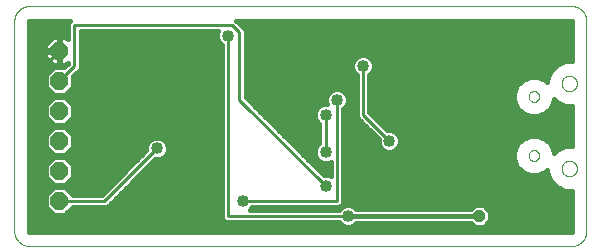
<source format=gbl>
G75*
%MOIN*%
%OFA0B0*%
%FSLAX25Y25*%
%IPPOS*%
%LPD*%
%AMOC8*
5,1,8,0,0,1.08239X$1,22.5*
%
%ADD10C,0.00000*%
%ADD11OC8,0.06000*%
%ADD12C,0.01000*%
%ADD13C,0.04000*%
%ADD14OC8,0.03962*%
%ADD15C,0.01600*%
D10*
X0010800Y0005800D02*
X0191501Y0005800D01*
X0191641Y0005802D01*
X0191781Y0005808D01*
X0191921Y0005818D01*
X0192061Y0005831D01*
X0192200Y0005849D01*
X0192339Y0005871D01*
X0192476Y0005896D01*
X0192614Y0005925D01*
X0192750Y0005958D01*
X0192885Y0005995D01*
X0193019Y0006036D01*
X0193152Y0006081D01*
X0193284Y0006129D01*
X0193414Y0006181D01*
X0193543Y0006236D01*
X0193670Y0006295D01*
X0193796Y0006358D01*
X0193920Y0006424D01*
X0194041Y0006493D01*
X0194161Y0006566D01*
X0194279Y0006643D01*
X0194394Y0006722D01*
X0194508Y0006805D01*
X0194618Y0006891D01*
X0194727Y0006980D01*
X0194833Y0007072D01*
X0194936Y0007167D01*
X0195037Y0007264D01*
X0195134Y0007365D01*
X0195229Y0007468D01*
X0195321Y0007574D01*
X0195410Y0007683D01*
X0195496Y0007793D01*
X0195579Y0007907D01*
X0195658Y0008022D01*
X0195735Y0008140D01*
X0195808Y0008260D01*
X0195877Y0008381D01*
X0195943Y0008505D01*
X0196006Y0008631D01*
X0196065Y0008758D01*
X0196120Y0008887D01*
X0196172Y0009017D01*
X0196220Y0009149D01*
X0196265Y0009282D01*
X0196306Y0009416D01*
X0196343Y0009551D01*
X0196376Y0009687D01*
X0196405Y0009825D01*
X0196430Y0009962D01*
X0196452Y0010101D01*
X0196470Y0010240D01*
X0196483Y0010380D01*
X0196493Y0010520D01*
X0196499Y0010660D01*
X0196501Y0010800D01*
X0196501Y0080761D01*
X0196499Y0080901D01*
X0196493Y0081041D01*
X0196483Y0081181D01*
X0196470Y0081321D01*
X0196452Y0081460D01*
X0196430Y0081599D01*
X0196405Y0081736D01*
X0196376Y0081874D01*
X0196343Y0082010D01*
X0196306Y0082145D01*
X0196265Y0082279D01*
X0196220Y0082412D01*
X0196172Y0082544D01*
X0196120Y0082674D01*
X0196065Y0082803D01*
X0196006Y0082930D01*
X0195943Y0083056D01*
X0195877Y0083180D01*
X0195808Y0083301D01*
X0195735Y0083421D01*
X0195658Y0083539D01*
X0195579Y0083654D01*
X0195496Y0083768D01*
X0195410Y0083878D01*
X0195321Y0083987D01*
X0195229Y0084093D01*
X0195134Y0084196D01*
X0195037Y0084297D01*
X0194936Y0084394D01*
X0194833Y0084489D01*
X0194727Y0084581D01*
X0194618Y0084670D01*
X0194508Y0084756D01*
X0194394Y0084839D01*
X0194279Y0084918D01*
X0194161Y0084995D01*
X0194041Y0085068D01*
X0193920Y0085137D01*
X0193796Y0085203D01*
X0193670Y0085266D01*
X0193543Y0085325D01*
X0193414Y0085380D01*
X0193284Y0085432D01*
X0193152Y0085480D01*
X0193019Y0085525D01*
X0192885Y0085566D01*
X0192750Y0085603D01*
X0192614Y0085636D01*
X0192476Y0085665D01*
X0192339Y0085690D01*
X0192200Y0085712D01*
X0192061Y0085730D01*
X0191921Y0085743D01*
X0191781Y0085753D01*
X0191641Y0085759D01*
X0191501Y0085761D01*
X0010800Y0085761D01*
X0010660Y0085759D01*
X0010520Y0085753D01*
X0010380Y0085743D01*
X0010240Y0085730D01*
X0010101Y0085712D01*
X0009962Y0085690D01*
X0009825Y0085665D01*
X0009687Y0085636D01*
X0009551Y0085603D01*
X0009416Y0085566D01*
X0009282Y0085525D01*
X0009149Y0085480D01*
X0009017Y0085432D01*
X0008887Y0085380D01*
X0008758Y0085325D01*
X0008631Y0085266D01*
X0008505Y0085203D01*
X0008381Y0085137D01*
X0008260Y0085068D01*
X0008140Y0084995D01*
X0008022Y0084918D01*
X0007907Y0084839D01*
X0007793Y0084756D01*
X0007683Y0084670D01*
X0007574Y0084581D01*
X0007468Y0084489D01*
X0007365Y0084394D01*
X0007264Y0084297D01*
X0007167Y0084196D01*
X0007072Y0084093D01*
X0006980Y0083987D01*
X0006891Y0083878D01*
X0006805Y0083768D01*
X0006722Y0083654D01*
X0006643Y0083539D01*
X0006566Y0083421D01*
X0006493Y0083301D01*
X0006424Y0083180D01*
X0006358Y0083056D01*
X0006295Y0082930D01*
X0006236Y0082803D01*
X0006181Y0082674D01*
X0006129Y0082544D01*
X0006081Y0082412D01*
X0006036Y0082279D01*
X0005995Y0082145D01*
X0005958Y0082010D01*
X0005925Y0081874D01*
X0005896Y0081736D01*
X0005871Y0081599D01*
X0005849Y0081460D01*
X0005831Y0081321D01*
X0005818Y0081181D01*
X0005808Y0081041D01*
X0005802Y0080901D01*
X0005800Y0080761D01*
X0005800Y0010800D01*
X0005802Y0010660D01*
X0005808Y0010520D01*
X0005818Y0010380D01*
X0005831Y0010240D01*
X0005849Y0010101D01*
X0005871Y0009962D01*
X0005896Y0009825D01*
X0005925Y0009687D01*
X0005958Y0009551D01*
X0005995Y0009416D01*
X0006036Y0009282D01*
X0006081Y0009149D01*
X0006129Y0009017D01*
X0006181Y0008887D01*
X0006236Y0008758D01*
X0006295Y0008631D01*
X0006358Y0008505D01*
X0006424Y0008381D01*
X0006493Y0008260D01*
X0006566Y0008140D01*
X0006643Y0008022D01*
X0006722Y0007907D01*
X0006805Y0007793D01*
X0006891Y0007683D01*
X0006980Y0007574D01*
X0007072Y0007468D01*
X0007167Y0007365D01*
X0007264Y0007264D01*
X0007365Y0007167D01*
X0007468Y0007072D01*
X0007574Y0006980D01*
X0007683Y0006891D01*
X0007793Y0006805D01*
X0007907Y0006722D01*
X0008022Y0006643D01*
X0008140Y0006566D01*
X0008260Y0006493D01*
X0008381Y0006424D01*
X0008505Y0006358D01*
X0008631Y0006295D01*
X0008758Y0006236D01*
X0008887Y0006181D01*
X0009017Y0006129D01*
X0009149Y0006081D01*
X0009282Y0006036D01*
X0009416Y0005995D01*
X0009551Y0005958D01*
X0009687Y0005925D01*
X0009825Y0005896D01*
X0009962Y0005871D01*
X0010101Y0005849D01*
X0010240Y0005831D01*
X0010380Y0005818D01*
X0010520Y0005808D01*
X0010660Y0005802D01*
X0010800Y0005800D01*
X0177217Y0035957D02*
X0177219Y0036041D01*
X0177225Y0036124D01*
X0177235Y0036207D01*
X0177249Y0036290D01*
X0177266Y0036372D01*
X0177288Y0036453D01*
X0177313Y0036532D01*
X0177342Y0036611D01*
X0177375Y0036688D01*
X0177411Y0036763D01*
X0177451Y0036837D01*
X0177494Y0036909D01*
X0177541Y0036978D01*
X0177591Y0037045D01*
X0177644Y0037110D01*
X0177700Y0037172D01*
X0177758Y0037232D01*
X0177820Y0037289D01*
X0177884Y0037342D01*
X0177951Y0037393D01*
X0178020Y0037440D01*
X0178091Y0037485D01*
X0178164Y0037525D01*
X0178239Y0037562D01*
X0178316Y0037596D01*
X0178394Y0037626D01*
X0178473Y0037652D01*
X0178554Y0037675D01*
X0178636Y0037693D01*
X0178718Y0037708D01*
X0178801Y0037719D01*
X0178884Y0037726D01*
X0178968Y0037729D01*
X0179052Y0037728D01*
X0179135Y0037723D01*
X0179219Y0037714D01*
X0179301Y0037701D01*
X0179383Y0037685D01*
X0179464Y0037664D01*
X0179545Y0037640D01*
X0179623Y0037612D01*
X0179701Y0037580D01*
X0179777Y0037544D01*
X0179851Y0037505D01*
X0179923Y0037463D01*
X0179993Y0037417D01*
X0180061Y0037368D01*
X0180126Y0037316D01*
X0180189Y0037261D01*
X0180249Y0037203D01*
X0180307Y0037142D01*
X0180361Y0037078D01*
X0180413Y0037012D01*
X0180461Y0036944D01*
X0180506Y0036873D01*
X0180547Y0036800D01*
X0180586Y0036726D01*
X0180620Y0036650D01*
X0180651Y0036572D01*
X0180678Y0036493D01*
X0180702Y0036412D01*
X0180721Y0036331D01*
X0180737Y0036249D01*
X0180749Y0036166D01*
X0180757Y0036082D01*
X0180761Y0035999D01*
X0180761Y0035915D01*
X0180757Y0035832D01*
X0180749Y0035748D01*
X0180737Y0035665D01*
X0180721Y0035583D01*
X0180702Y0035502D01*
X0180678Y0035421D01*
X0180651Y0035342D01*
X0180620Y0035264D01*
X0180586Y0035188D01*
X0180547Y0035114D01*
X0180506Y0035041D01*
X0180461Y0034970D01*
X0180413Y0034902D01*
X0180361Y0034836D01*
X0180307Y0034772D01*
X0180249Y0034711D01*
X0180189Y0034653D01*
X0180126Y0034598D01*
X0180061Y0034546D01*
X0179993Y0034497D01*
X0179923Y0034451D01*
X0179851Y0034409D01*
X0179777Y0034370D01*
X0179701Y0034334D01*
X0179623Y0034302D01*
X0179545Y0034274D01*
X0179464Y0034250D01*
X0179383Y0034229D01*
X0179301Y0034213D01*
X0179219Y0034200D01*
X0179135Y0034191D01*
X0179052Y0034186D01*
X0178968Y0034185D01*
X0178884Y0034188D01*
X0178801Y0034195D01*
X0178718Y0034206D01*
X0178636Y0034221D01*
X0178554Y0034239D01*
X0178473Y0034262D01*
X0178394Y0034288D01*
X0178316Y0034318D01*
X0178239Y0034352D01*
X0178164Y0034389D01*
X0178091Y0034429D01*
X0178020Y0034474D01*
X0177951Y0034521D01*
X0177884Y0034572D01*
X0177820Y0034625D01*
X0177758Y0034682D01*
X0177700Y0034742D01*
X0177644Y0034804D01*
X0177591Y0034869D01*
X0177541Y0034936D01*
X0177494Y0035005D01*
X0177451Y0035077D01*
X0177411Y0035151D01*
X0177375Y0035226D01*
X0177342Y0035303D01*
X0177313Y0035382D01*
X0177288Y0035461D01*
X0177266Y0035542D01*
X0177249Y0035624D01*
X0177235Y0035707D01*
X0177225Y0035790D01*
X0177219Y0035873D01*
X0177217Y0035957D01*
X0188241Y0031627D02*
X0188243Y0031728D01*
X0188249Y0031829D01*
X0188259Y0031930D01*
X0188273Y0032030D01*
X0188291Y0032129D01*
X0188313Y0032228D01*
X0188338Y0032326D01*
X0188368Y0032423D01*
X0188401Y0032518D01*
X0188438Y0032612D01*
X0188479Y0032705D01*
X0188523Y0032796D01*
X0188571Y0032885D01*
X0188623Y0032972D01*
X0188678Y0033057D01*
X0188736Y0033139D01*
X0188797Y0033220D01*
X0188862Y0033298D01*
X0188929Y0033373D01*
X0188999Y0033445D01*
X0189073Y0033515D01*
X0189149Y0033582D01*
X0189227Y0033646D01*
X0189308Y0033706D01*
X0189391Y0033763D01*
X0189477Y0033817D01*
X0189565Y0033868D01*
X0189654Y0033915D01*
X0189745Y0033959D01*
X0189838Y0033998D01*
X0189933Y0034035D01*
X0190028Y0034067D01*
X0190125Y0034096D01*
X0190224Y0034120D01*
X0190322Y0034141D01*
X0190422Y0034158D01*
X0190522Y0034171D01*
X0190623Y0034180D01*
X0190724Y0034185D01*
X0190825Y0034186D01*
X0190926Y0034183D01*
X0191027Y0034176D01*
X0191128Y0034165D01*
X0191228Y0034150D01*
X0191327Y0034131D01*
X0191426Y0034108D01*
X0191523Y0034082D01*
X0191620Y0034051D01*
X0191715Y0034017D01*
X0191808Y0033979D01*
X0191901Y0033937D01*
X0191991Y0033892D01*
X0192080Y0033843D01*
X0192166Y0033791D01*
X0192250Y0033735D01*
X0192333Y0033676D01*
X0192412Y0033614D01*
X0192490Y0033549D01*
X0192564Y0033481D01*
X0192636Y0033409D01*
X0192705Y0033336D01*
X0192771Y0033259D01*
X0192834Y0033180D01*
X0192894Y0033098D01*
X0192950Y0033014D01*
X0193003Y0032928D01*
X0193053Y0032840D01*
X0193099Y0032750D01*
X0193142Y0032659D01*
X0193181Y0032565D01*
X0193216Y0032470D01*
X0193247Y0032374D01*
X0193275Y0032277D01*
X0193299Y0032179D01*
X0193319Y0032080D01*
X0193335Y0031980D01*
X0193347Y0031879D01*
X0193355Y0031779D01*
X0193359Y0031678D01*
X0193359Y0031576D01*
X0193355Y0031475D01*
X0193347Y0031375D01*
X0193335Y0031274D01*
X0193319Y0031174D01*
X0193299Y0031075D01*
X0193275Y0030977D01*
X0193247Y0030880D01*
X0193216Y0030784D01*
X0193181Y0030689D01*
X0193142Y0030595D01*
X0193099Y0030504D01*
X0193053Y0030414D01*
X0193003Y0030326D01*
X0192950Y0030240D01*
X0192894Y0030156D01*
X0192834Y0030074D01*
X0192771Y0029995D01*
X0192705Y0029918D01*
X0192636Y0029845D01*
X0192564Y0029773D01*
X0192490Y0029705D01*
X0192412Y0029640D01*
X0192333Y0029578D01*
X0192250Y0029519D01*
X0192166Y0029463D01*
X0192079Y0029411D01*
X0191991Y0029362D01*
X0191901Y0029317D01*
X0191808Y0029275D01*
X0191715Y0029237D01*
X0191620Y0029203D01*
X0191523Y0029172D01*
X0191426Y0029146D01*
X0191327Y0029123D01*
X0191228Y0029104D01*
X0191128Y0029089D01*
X0191027Y0029078D01*
X0190926Y0029071D01*
X0190825Y0029068D01*
X0190724Y0029069D01*
X0190623Y0029074D01*
X0190522Y0029083D01*
X0190422Y0029096D01*
X0190322Y0029113D01*
X0190224Y0029134D01*
X0190125Y0029158D01*
X0190028Y0029187D01*
X0189933Y0029219D01*
X0189838Y0029256D01*
X0189745Y0029295D01*
X0189654Y0029339D01*
X0189565Y0029386D01*
X0189477Y0029437D01*
X0189391Y0029491D01*
X0189308Y0029548D01*
X0189227Y0029608D01*
X0189149Y0029672D01*
X0189073Y0029739D01*
X0188999Y0029809D01*
X0188929Y0029881D01*
X0188862Y0029956D01*
X0188797Y0030034D01*
X0188736Y0030115D01*
X0188678Y0030197D01*
X0188623Y0030282D01*
X0188571Y0030369D01*
X0188523Y0030458D01*
X0188479Y0030549D01*
X0188438Y0030642D01*
X0188401Y0030736D01*
X0188368Y0030831D01*
X0188338Y0030928D01*
X0188313Y0031026D01*
X0188291Y0031125D01*
X0188273Y0031224D01*
X0188259Y0031324D01*
X0188249Y0031425D01*
X0188243Y0031526D01*
X0188241Y0031627D01*
X0177217Y0055643D02*
X0177219Y0055727D01*
X0177225Y0055810D01*
X0177235Y0055893D01*
X0177249Y0055976D01*
X0177266Y0056058D01*
X0177288Y0056139D01*
X0177313Y0056218D01*
X0177342Y0056297D01*
X0177375Y0056374D01*
X0177411Y0056449D01*
X0177451Y0056523D01*
X0177494Y0056595D01*
X0177541Y0056664D01*
X0177591Y0056731D01*
X0177644Y0056796D01*
X0177700Y0056858D01*
X0177758Y0056918D01*
X0177820Y0056975D01*
X0177884Y0057028D01*
X0177951Y0057079D01*
X0178020Y0057126D01*
X0178091Y0057171D01*
X0178164Y0057211D01*
X0178239Y0057248D01*
X0178316Y0057282D01*
X0178394Y0057312D01*
X0178473Y0057338D01*
X0178554Y0057361D01*
X0178636Y0057379D01*
X0178718Y0057394D01*
X0178801Y0057405D01*
X0178884Y0057412D01*
X0178968Y0057415D01*
X0179052Y0057414D01*
X0179135Y0057409D01*
X0179219Y0057400D01*
X0179301Y0057387D01*
X0179383Y0057371D01*
X0179464Y0057350D01*
X0179545Y0057326D01*
X0179623Y0057298D01*
X0179701Y0057266D01*
X0179777Y0057230D01*
X0179851Y0057191D01*
X0179923Y0057149D01*
X0179993Y0057103D01*
X0180061Y0057054D01*
X0180126Y0057002D01*
X0180189Y0056947D01*
X0180249Y0056889D01*
X0180307Y0056828D01*
X0180361Y0056764D01*
X0180413Y0056698D01*
X0180461Y0056630D01*
X0180506Y0056559D01*
X0180547Y0056486D01*
X0180586Y0056412D01*
X0180620Y0056336D01*
X0180651Y0056258D01*
X0180678Y0056179D01*
X0180702Y0056098D01*
X0180721Y0056017D01*
X0180737Y0055935D01*
X0180749Y0055852D01*
X0180757Y0055768D01*
X0180761Y0055685D01*
X0180761Y0055601D01*
X0180757Y0055518D01*
X0180749Y0055434D01*
X0180737Y0055351D01*
X0180721Y0055269D01*
X0180702Y0055188D01*
X0180678Y0055107D01*
X0180651Y0055028D01*
X0180620Y0054950D01*
X0180586Y0054874D01*
X0180547Y0054800D01*
X0180506Y0054727D01*
X0180461Y0054656D01*
X0180413Y0054588D01*
X0180361Y0054522D01*
X0180307Y0054458D01*
X0180249Y0054397D01*
X0180189Y0054339D01*
X0180126Y0054284D01*
X0180061Y0054232D01*
X0179993Y0054183D01*
X0179923Y0054137D01*
X0179851Y0054095D01*
X0179777Y0054056D01*
X0179701Y0054020D01*
X0179623Y0053988D01*
X0179545Y0053960D01*
X0179464Y0053936D01*
X0179383Y0053915D01*
X0179301Y0053899D01*
X0179219Y0053886D01*
X0179135Y0053877D01*
X0179052Y0053872D01*
X0178968Y0053871D01*
X0178884Y0053874D01*
X0178801Y0053881D01*
X0178718Y0053892D01*
X0178636Y0053907D01*
X0178554Y0053925D01*
X0178473Y0053948D01*
X0178394Y0053974D01*
X0178316Y0054004D01*
X0178239Y0054038D01*
X0178164Y0054075D01*
X0178091Y0054115D01*
X0178020Y0054160D01*
X0177951Y0054207D01*
X0177884Y0054258D01*
X0177820Y0054311D01*
X0177758Y0054368D01*
X0177700Y0054428D01*
X0177644Y0054490D01*
X0177591Y0054555D01*
X0177541Y0054622D01*
X0177494Y0054691D01*
X0177451Y0054763D01*
X0177411Y0054837D01*
X0177375Y0054912D01*
X0177342Y0054989D01*
X0177313Y0055068D01*
X0177288Y0055147D01*
X0177266Y0055228D01*
X0177249Y0055310D01*
X0177235Y0055393D01*
X0177225Y0055476D01*
X0177219Y0055559D01*
X0177217Y0055643D01*
X0188241Y0059973D02*
X0188243Y0060074D01*
X0188249Y0060175D01*
X0188259Y0060276D01*
X0188273Y0060376D01*
X0188291Y0060475D01*
X0188313Y0060574D01*
X0188338Y0060672D01*
X0188368Y0060769D01*
X0188401Y0060864D01*
X0188438Y0060958D01*
X0188479Y0061051D01*
X0188523Y0061142D01*
X0188571Y0061231D01*
X0188623Y0061318D01*
X0188678Y0061403D01*
X0188736Y0061485D01*
X0188797Y0061566D01*
X0188862Y0061644D01*
X0188929Y0061719D01*
X0188999Y0061791D01*
X0189073Y0061861D01*
X0189149Y0061928D01*
X0189227Y0061992D01*
X0189308Y0062052D01*
X0189391Y0062109D01*
X0189477Y0062163D01*
X0189565Y0062214D01*
X0189654Y0062261D01*
X0189745Y0062305D01*
X0189838Y0062344D01*
X0189933Y0062381D01*
X0190028Y0062413D01*
X0190125Y0062442D01*
X0190224Y0062466D01*
X0190322Y0062487D01*
X0190422Y0062504D01*
X0190522Y0062517D01*
X0190623Y0062526D01*
X0190724Y0062531D01*
X0190825Y0062532D01*
X0190926Y0062529D01*
X0191027Y0062522D01*
X0191128Y0062511D01*
X0191228Y0062496D01*
X0191327Y0062477D01*
X0191426Y0062454D01*
X0191523Y0062428D01*
X0191620Y0062397D01*
X0191715Y0062363D01*
X0191808Y0062325D01*
X0191901Y0062283D01*
X0191991Y0062238D01*
X0192080Y0062189D01*
X0192166Y0062137D01*
X0192250Y0062081D01*
X0192333Y0062022D01*
X0192412Y0061960D01*
X0192490Y0061895D01*
X0192564Y0061827D01*
X0192636Y0061755D01*
X0192705Y0061682D01*
X0192771Y0061605D01*
X0192834Y0061526D01*
X0192894Y0061444D01*
X0192950Y0061360D01*
X0193003Y0061274D01*
X0193053Y0061186D01*
X0193099Y0061096D01*
X0193142Y0061005D01*
X0193181Y0060911D01*
X0193216Y0060816D01*
X0193247Y0060720D01*
X0193275Y0060623D01*
X0193299Y0060525D01*
X0193319Y0060426D01*
X0193335Y0060326D01*
X0193347Y0060225D01*
X0193355Y0060125D01*
X0193359Y0060024D01*
X0193359Y0059922D01*
X0193355Y0059821D01*
X0193347Y0059721D01*
X0193335Y0059620D01*
X0193319Y0059520D01*
X0193299Y0059421D01*
X0193275Y0059323D01*
X0193247Y0059226D01*
X0193216Y0059130D01*
X0193181Y0059035D01*
X0193142Y0058941D01*
X0193099Y0058850D01*
X0193053Y0058760D01*
X0193003Y0058672D01*
X0192950Y0058586D01*
X0192894Y0058502D01*
X0192834Y0058420D01*
X0192771Y0058341D01*
X0192705Y0058264D01*
X0192636Y0058191D01*
X0192564Y0058119D01*
X0192490Y0058051D01*
X0192412Y0057986D01*
X0192333Y0057924D01*
X0192250Y0057865D01*
X0192166Y0057809D01*
X0192079Y0057757D01*
X0191991Y0057708D01*
X0191901Y0057663D01*
X0191808Y0057621D01*
X0191715Y0057583D01*
X0191620Y0057549D01*
X0191523Y0057518D01*
X0191426Y0057492D01*
X0191327Y0057469D01*
X0191228Y0057450D01*
X0191128Y0057435D01*
X0191027Y0057424D01*
X0190926Y0057417D01*
X0190825Y0057414D01*
X0190724Y0057415D01*
X0190623Y0057420D01*
X0190522Y0057429D01*
X0190422Y0057442D01*
X0190322Y0057459D01*
X0190224Y0057480D01*
X0190125Y0057504D01*
X0190028Y0057533D01*
X0189933Y0057565D01*
X0189838Y0057602D01*
X0189745Y0057641D01*
X0189654Y0057685D01*
X0189565Y0057732D01*
X0189477Y0057783D01*
X0189391Y0057837D01*
X0189308Y0057894D01*
X0189227Y0057954D01*
X0189149Y0058018D01*
X0189073Y0058085D01*
X0188999Y0058155D01*
X0188929Y0058227D01*
X0188862Y0058302D01*
X0188797Y0058380D01*
X0188736Y0058461D01*
X0188678Y0058543D01*
X0188623Y0058628D01*
X0188571Y0058715D01*
X0188523Y0058804D01*
X0188479Y0058895D01*
X0188438Y0058988D01*
X0188401Y0059082D01*
X0188368Y0059177D01*
X0188338Y0059274D01*
X0188313Y0059372D01*
X0188291Y0059471D01*
X0188273Y0059570D01*
X0188259Y0059670D01*
X0188249Y0059771D01*
X0188243Y0059872D01*
X0188241Y0059973D01*
D11*
X0020800Y0060800D03*
X0020800Y0050800D03*
X0020800Y0040800D03*
X0020800Y0030800D03*
X0020800Y0020800D03*
X0020800Y0070800D03*
D12*
X0015800Y0065800D01*
X0015800Y0045800D01*
X0022050Y0045800D01*
X0037050Y0030800D01*
X0035800Y0020800D02*
X0053300Y0038300D01*
X0035800Y0020800D02*
X0020800Y0020800D01*
X0077050Y0015800D02*
X0077050Y0075800D01*
X0078300Y0079550D02*
X0080800Y0077050D01*
X0080800Y0054550D01*
X0109550Y0025800D01*
X0113300Y0020800D02*
X0113300Y0054550D01*
X0109550Y0049550D02*
X0109550Y0037050D01*
X0122050Y0049550D02*
X0130800Y0040800D01*
X0134550Y0048300D02*
X0138300Y0044550D01*
X0138300Y0020800D01*
X0117050Y0015800D02*
X0077050Y0015800D01*
X0082050Y0020800D02*
X0113300Y0020800D01*
X0138300Y0044550D02*
X0186550Y0044550D01*
X0134550Y0048300D02*
X0134550Y0070800D01*
X0122050Y0065800D02*
X0122050Y0049550D01*
X0078300Y0079550D02*
X0025800Y0079550D01*
X0025800Y0065800D01*
X0020800Y0060800D01*
D13*
X0053300Y0038300D03*
X0037050Y0030800D03*
X0082050Y0020800D03*
X0109550Y0025800D03*
X0117050Y0015800D03*
X0138300Y0020800D03*
X0109550Y0037050D03*
X0130800Y0040800D03*
X0109550Y0049550D03*
X0113300Y0054550D03*
X0122050Y0065800D03*
X0134550Y0070800D03*
X0077050Y0075800D03*
X0186550Y0044550D03*
D14*
X0160800Y0015800D03*
D15*
X0117050Y0015800D01*
X0119741Y0013400D02*
X0158136Y0013400D01*
X0159317Y0012219D01*
X0162283Y0012219D01*
X0164381Y0014317D01*
X0164381Y0017283D01*
X0162283Y0019381D01*
X0159317Y0019381D01*
X0158136Y0018200D01*
X0119741Y0018200D01*
X0119089Y0018852D01*
X0117766Y0019400D01*
X0116334Y0019400D01*
X0115011Y0018852D01*
X0114059Y0017900D01*
X0084241Y0017900D01*
X0085041Y0018700D01*
X0114170Y0018700D01*
X0115400Y0019930D01*
X0115400Y0051559D01*
X0116352Y0052511D01*
X0116900Y0053834D01*
X0116900Y0055266D01*
X0116352Y0056589D01*
X0115339Y0057602D01*
X0114016Y0058150D01*
X0112584Y0058150D01*
X0111261Y0057602D01*
X0110248Y0056589D01*
X0109700Y0055266D01*
X0109700Y0053834D01*
X0109983Y0053150D01*
X0108834Y0053150D01*
X0107511Y0052602D01*
X0106498Y0051589D01*
X0105950Y0050266D01*
X0105950Y0048834D01*
X0106498Y0047511D01*
X0107450Y0046559D01*
X0107450Y0040041D01*
X0106498Y0039089D01*
X0105950Y0037766D01*
X0105950Y0036334D01*
X0106498Y0035011D01*
X0107511Y0033998D01*
X0108834Y0033450D01*
X0110266Y0033450D01*
X0111200Y0033837D01*
X0111200Y0029013D01*
X0110266Y0029400D01*
X0108920Y0029400D01*
X0082900Y0055420D01*
X0082900Y0077920D01*
X0080400Y0080420D01*
X0079859Y0080961D01*
X0191501Y0080961D01*
X0191532Y0080958D01*
X0191592Y0080939D01*
X0191642Y0080902D01*
X0191679Y0080851D01*
X0191698Y0080792D01*
X0191701Y0080761D01*
X0191701Y0067332D01*
X0189336Y0067332D01*
X0186631Y0066212D01*
X0184561Y0064142D01*
X0183441Y0061437D01*
X0183441Y0060484D01*
X0182712Y0061214D01*
X0180296Y0062214D01*
X0177682Y0062214D01*
X0175266Y0061214D01*
X0173418Y0059365D01*
X0172417Y0056950D01*
X0172417Y0054335D01*
X0173418Y0051920D01*
X0175266Y0050071D01*
X0177682Y0049071D01*
X0180296Y0049071D01*
X0182712Y0050071D01*
X0184560Y0051920D01*
X0185561Y0054335D01*
X0185561Y0054805D01*
X0186631Y0053735D01*
X0189336Y0052614D01*
X0191701Y0052614D01*
X0191701Y0038986D01*
X0189336Y0038986D01*
X0186631Y0037865D01*
X0185561Y0036795D01*
X0185561Y0037265D01*
X0184560Y0039680D01*
X0182712Y0041529D01*
X0180296Y0042529D01*
X0177682Y0042529D01*
X0175266Y0041529D01*
X0173418Y0039680D01*
X0172417Y0037265D01*
X0172417Y0034650D01*
X0173418Y0032235D01*
X0175266Y0030386D01*
X0177682Y0029386D01*
X0180296Y0029386D01*
X0182712Y0030386D01*
X0183441Y0031116D01*
X0183441Y0030163D01*
X0184561Y0027458D01*
X0186631Y0025388D01*
X0189336Y0024268D01*
X0191701Y0024268D01*
X0191701Y0010800D01*
X0191698Y0010769D01*
X0191679Y0010709D01*
X0191642Y0010659D01*
X0191592Y0010622D01*
X0191532Y0010602D01*
X0191501Y0010600D01*
X0010800Y0010600D01*
X0010769Y0010602D01*
X0010709Y0010622D01*
X0010659Y0010659D01*
X0010622Y0010709D01*
X0010602Y0010769D01*
X0010600Y0010800D01*
X0010600Y0080761D01*
X0010602Y0080792D01*
X0010622Y0080851D01*
X0010659Y0080902D01*
X0010709Y0080939D01*
X0010769Y0080958D01*
X0010800Y0080961D01*
X0024241Y0080961D01*
X0023700Y0080420D01*
X0023700Y0074688D01*
X0022788Y0075600D01*
X0021000Y0075600D01*
X0021000Y0071000D01*
X0020600Y0071000D01*
X0020600Y0075600D01*
X0018812Y0075600D01*
X0016000Y0072788D01*
X0016000Y0071000D01*
X0020600Y0071000D01*
X0020600Y0070600D01*
X0021000Y0070600D01*
X0021000Y0066000D01*
X0022788Y0066000D01*
X0023700Y0066912D01*
X0023700Y0066670D01*
X0022430Y0065400D01*
X0018895Y0065400D01*
X0016200Y0062705D01*
X0016200Y0058895D01*
X0018895Y0056200D01*
X0022705Y0056200D01*
X0025400Y0058895D01*
X0025400Y0062430D01*
X0027900Y0064930D01*
X0027900Y0077450D01*
X0073837Y0077450D01*
X0073450Y0076516D01*
X0073450Y0075084D01*
X0073998Y0073761D01*
X0074950Y0072809D01*
X0074950Y0014930D01*
X0076180Y0013700D01*
X0114059Y0013700D01*
X0115011Y0012748D01*
X0116334Y0012200D01*
X0117766Y0012200D01*
X0119089Y0012748D01*
X0119741Y0013400D01*
X0119353Y0018588D02*
X0158524Y0018588D01*
X0163076Y0018588D02*
X0191701Y0018588D01*
X0191701Y0016990D02*
X0164381Y0016990D01*
X0164381Y0015391D02*
X0191701Y0015391D01*
X0191701Y0013793D02*
X0163857Y0013793D01*
X0187611Y0024982D02*
X0115400Y0024982D01*
X0115400Y0023384D02*
X0191701Y0023384D01*
X0191701Y0021785D02*
X0115400Y0021785D01*
X0115400Y0020187D02*
X0191701Y0020187D01*
X0185439Y0026581D02*
X0115400Y0026581D01*
X0115400Y0028179D02*
X0184263Y0028179D01*
X0183601Y0029778D02*
X0181242Y0029778D01*
X0176736Y0029778D02*
X0115400Y0029778D01*
X0115400Y0031376D02*
X0174277Y0031376D01*
X0173111Y0032975D02*
X0115400Y0032975D01*
X0115400Y0034573D02*
X0172449Y0034573D01*
X0172417Y0036172D02*
X0115400Y0036172D01*
X0115400Y0037770D02*
X0128739Y0037770D01*
X0128761Y0037748D02*
X0130084Y0037200D01*
X0131516Y0037200D01*
X0132839Y0037748D01*
X0133852Y0038761D01*
X0134400Y0040084D01*
X0134400Y0041516D01*
X0133852Y0042839D01*
X0132839Y0043852D01*
X0131516Y0044400D01*
X0130170Y0044400D01*
X0124150Y0050420D01*
X0124150Y0062809D01*
X0125102Y0063761D01*
X0125650Y0065084D01*
X0125650Y0066516D01*
X0125102Y0067839D01*
X0124089Y0068852D01*
X0122766Y0069400D01*
X0121334Y0069400D01*
X0120011Y0068852D01*
X0118998Y0067839D01*
X0118450Y0066516D01*
X0118450Y0065084D01*
X0118998Y0063761D01*
X0119950Y0062809D01*
X0119950Y0048680D01*
X0121180Y0047450D01*
X0127200Y0041430D01*
X0127200Y0040084D01*
X0127748Y0038761D01*
X0128761Y0037748D01*
X0127496Y0039369D02*
X0115400Y0039369D01*
X0115400Y0040967D02*
X0127200Y0040967D01*
X0126064Y0042566D02*
X0115400Y0042566D01*
X0115400Y0044164D02*
X0124466Y0044164D01*
X0122867Y0045763D02*
X0115400Y0045763D01*
X0115400Y0047361D02*
X0121269Y0047361D01*
X0119950Y0048960D02*
X0115400Y0048960D01*
X0115400Y0050558D02*
X0119950Y0050558D01*
X0119950Y0052157D02*
X0115998Y0052157D01*
X0116867Y0053755D02*
X0119950Y0053755D01*
X0119950Y0055354D02*
X0116864Y0055354D01*
X0115989Y0056952D02*
X0119950Y0056952D01*
X0119950Y0058551D02*
X0082900Y0058551D01*
X0082900Y0060149D02*
X0119950Y0060149D01*
X0119950Y0061748D02*
X0082900Y0061748D01*
X0082900Y0063346D02*
X0119412Y0063346D01*
X0118508Y0064945D02*
X0082900Y0064945D01*
X0082900Y0066543D02*
X0118461Y0066543D01*
X0119301Y0068142D02*
X0082900Y0068142D01*
X0082900Y0069740D02*
X0191701Y0069740D01*
X0191701Y0068142D02*
X0124799Y0068142D01*
X0125639Y0066543D02*
X0187432Y0066543D01*
X0185364Y0064945D02*
X0125592Y0064945D01*
X0124688Y0063346D02*
X0184232Y0063346D01*
X0183570Y0061748D02*
X0181422Y0061748D01*
X0176556Y0061748D02*
X0124150Y0061748D01*
X0124150Y0060149D02*
X0174202Y0060149D01*
X0173081Y0058551D02*
X0124150Y0058551D01*
X0124150Y0056952D02*
X0172418Y0056952D01*
X0172417Y0055354D02*
X0124150Y0055354D01*
X0124150Y0053755D02*
X0172658Y0053755D01*
X0173320Y0052157D02*
X0124150Y0052157D01*
X0124150Y0050558D02*
X0174779Y0050558D01*
X0183198Y0050558D02*
X0191701Y0050558D01*
X0191701Y0052157D02*
X0184658Y0052157D01*
X0185320Y0053755D02*
X0186611Y0053755D01*
X0191701Y0048960D02*
X0125610Y0048960D01*
X0127209Y0047361D02*
X0191701Y0047361D01*
X0191701Y0045763D02*
X0128807Y0045763D01*
X0132085Y0044164D02*
X0191701Y0044164D01*
X0191701Y0042566D02*
X0133965Y0042566D01*
X0134400Y0040967D02*
X0174705Y0040967D01*
X0173289Y0039369D02*
X0134104Y0039369D01*
X0132861Y0037770D02*
X0172627Y0037770D01*
X0183273Y0040967D02*
X0191701Y0040967D01*
X0191701Y0039369D02*
X0184689Y0039369D01*
X0185351Y0037770D02*
X0186536Y0037770D01*
X0191701Y0012194D02*
X0010600Y0012194D01*
X0010600Y0013793D02*
X0076088Y0013793D01*
X0074950Y0015391D02*
X0010600Y0015391D01*
X0010600Y0016990D02*
X0018105Y0016990D01*
X0018895Y0016200D02*
X0022705Y0016200D01*
X0025205Y0018700D01*
X0036670Y0018700D01*
X0037900Y0019930D01*
X0052670Y0034700D01*
X0054016Y0034700D01*
X0055339Y0035248D01*
X0056352Y0036261D01*
X0056900Y0037584D01*
X0056900Y0039016D01*
X0056352Y0040339D01*
X0055339Y0041352D01*
X0054016Y0041900D01*
X0052584Y0041900D01*
X0051261Y0041352D01*
X0050248Y0040339D01*
X0049700Y0039016D01*
X0049700Y0037670D01*
X0034930Y0022900D01*
X0025205Y0022900D01*
X0022705Y0025400D01*
X0018895Y0025400D01*
X0016200Y0022705D01*
X0016200Y0018895D01*
X0018895Y0016200D01*
X0016507Y0018588D02*
X0010600Y0018588D01*
X0010600Y0020187D02*
X0016200Y0020187D01*
X0016200Y0021785D02*
X0010600Y0021785D01*
X0010600Y0023384D02*
X0016878Y0023384D01*
X0018477Y0024982D02*
X0010600Y0024982D01*
X0010600Y0026581D02*
X0018514Y0026581D01*
X0018895Y0026200D02*
X0022705Y0026200D01*
X0025400Y0028895D01*
X0025400Y0032705D01*
X0022705Y0035400D01*
X0018895Y0035400D01*
X0016200Y0032705D01*
X0016200Y0028895D01*
X0018895Y0026200D01*
X0023086Y0026581D02*
X0038611Y0026581D01*
X0040209Y0028179D02*
X0024685Y0028179D01*
X0025400Y0029778D02*
X0041808Y0029778D01*
X0043406Y0031376D02*
X0025400Y0031376D01*
X0025131Y0032975D02*
X0045005Y0032975D01*
X0046603Y0034573D02*
X0023532Y0034573D01*
X0022705Y0036200D02*
X0018895Y0036200D01*
X0016200Y0038895D01*
X0016200Y0042705D01*
X0018895Y0045400D01*
X0022705Y0045400D01*
X0025400Y0042705D01*
X0025400Y0038895D01*
X0022705Y0036200D01*
X0024276Y0037770D02*
X0049700Y0037770D01*
X0049846Y0039369D02*
X0025400Y0039369D01*
X0025400Y0040967D02*
X0050876Y0040967D01*
X0055724Y0040967D02*
X0074950Y0040967D01*
X0074950Y0039369D02*
X0056754Y0039369D01*
X0056900Y0037770D02*
X0074950Y0037770D01*
X0074950Y0036172D02*
X0056263Y0036172D01*
X0052543Y0034573D02*
X0074950Y0034573D01*
X0074950Y0032975D02*
X0050945Y0032975D01*
X0049346Y0031376D02*
X0074950Y0031376D01*
X0074950Y0029778D02*
X0047748Y0029778D01*
X0046149Y0028179D02*
X0074950Y0028179D01*
X0074950Y0026581D02*
X0044550Y0026581D01*
X0042952Y0024982D02*
X0074950Y0024982D01*
X0074950Y0023384D02*
X0041353Y0023384D01*
X0039755Y0021785D02*
X0074950Y0021785D01*
X0074950Y0020187D02*
X0038156Y0020187D01*
X0035414Y0023384D02*
X0024722Y0023384D01*
X0023123Y0024982D02*
X0037012Y0024982D01*
X0025093Y0018588D02*
X0074950Y0018588D01*
X0074950Y0016990D02*
X0023495Y0016990D01*
X0016915Y0028179D02*
X0010600Y0028179D01*
X0010600Y0029778D02*
X0016200Y0029778D01*
X0016200Y0031376D02*
X0010600Y0031376D01*
X0010600Y0032975D02*
X0016469Y0032975D01*
X0018068Y0034573D02*
X0010600Y0034573D01*
X0010600Y0036172D02*
X0048202Y0036172D01*
X0025400Y0042566D02*
X0074950Y0042566D01*
X0074950Y0044164D02*
X0023941Y0044164D01*
X0022705Y0046200D02*
X0018895Y0046200D01*
X0016200Y0048895D01*
X0016200Y0052705D01*
X0018895Y0055400D01*
X0022705Y0055400D01*
X0025400Y0052705D01*
X0025400Y0048895D01*
X0022705Y0046200D01*
X0023867Y0047361D02*
X0074950Y0047361D01*
X0074950Y0045763D02*
X0010600Y0045763D01*
X0010600Y0044164D02*
X0017659Y0044164D01*
X0016200Y0042566D02*
X0010600Y0042566D01*
X0010600Y0040967D02*
X0016200Y0040967D01*
X0016200Y0039369D02*
X0010600Y0039369D01*
X0010600Y0037770D02*
X0017324Y0037770D01*
X0017733Y0047361D02*
X0010600Y0047361D01*
X0010600Y0048960D02*
X0016200Y0048960D01*
X0016200Y0050558D02*
X0010600Y0050558D01*
X0010600Y0052157D02*
X0016200Y0052157D01*
X0017250Y0053755D02*
X0010600Y0053755D01*
X0010600Y0055354D02*
X0018848Y0055354D01*
X0018142Y0056952D02*
X0010600Y0056952D01*
X0010600Y0058551D02*
X0016544Y0058551D01*
X0016200Y0060149D02*
X0010600Y0060149D01*
X0010600Y0061748D02*
X0016200Y0061748D01*
X0016841Y0063346D02*
X0010600Y0063346D01*
X0010600Y0064945D02*
X0018440Y0064945D01*
X0018812Y0066000D02*
X0020600Y0066000D01*
X0020600Y0070600D01*
X0016000Y0070600D01*
X0016000Y0068812D01*
X0018812Y0066000D01*
X0018268Y0066543D02*
X0010600Y0066543D01*
X0010600Y0068142D02*
X0016670Y0068142D01*
X0016000Y0069740D02*
X0010600Y0069740D01*
X0010600Y0071339D02*
X0016000Y0071339D01*
X0016149Y0072937D02*
X0010600Y0072937D01*
X0010600Y0074536D02*
X0017748Y0074536D01*
X0020600Y0074536D02*
X0021000Y0074536D01*
X0021000Y0072937D02*
X0020600Y0072937D01*
X0020600Y0071339D02*
X0021000Y0071339D01*
X0021000Y0069740D02*
X0020600Y0069740D01*
X0020600Y0068142D02*
X0021000Y0068142D01*
X0021000Y0066543D02*
X0020600Y0066543D01*
X0023332Y0066543D02*
X0023574Y0066543D01*
X0027900Y0066543D02*
X0074950Y0066543D01*
X0074950Y0068142D02*
X0027900Y0068142D01*
X0027900Y0069740D02*
X0074950Y0069740D01*
X0074950Y0071339D02*
X0027900Y0071339D01*
X0027900Y0072937D02*
X0074821Y0072937D01*
X0073677Y0074536D02*
X0027900Y0074536D01*
X0027900Y0076134D02*
X0073450Y0076134D01*
X0081488Y0079332D02*
X0191701Y0079332D01*
X0191701Y0077733D02*
X0082900Y0077733D01*
X0082900Y0076134D02*
X0191701Y0076134D01*
X0191701Y0074536D02*
X0082900Y0074536D01*
X0082900Y0072937D02*
X0191701Y0072937D01*
X0191701Y0071339D02*
X0082900Y0071339D01*
X0074950Y0064945D02*
X0027900Y0064945D01*
X0026316Y0063346D02*
X0074950Y0063346D01*
X0074950Y0061748D02*
X0025400Y0061748D01*
X0025400Y0060149D02*
X0074950Y0060149D01*
X0074950Y0058551D02*
X0025056Y0058551D01*
X0023458Y0056952D02*
X0074950Y0056952D01*
X0074950Y0055354D02*
X0022752Y0055354D01*
X0024350Y0053755D02*
X0074950Y0053755D01*
X0074950Y0052157D02*
X0025400Y0052157D01*
X0025400Y0050558D02*
X0074950Y0050558D01*
X0074950Y0048960D02*
X0025400Y0048960D01*
X0082966Y0055354D02*
X0109736Y0055354D01*
X0110611Y0056952D02*
X0082900Y0056952D01*
X0084564Y0053755D02*
X0109733Y0053755D01*
X0107066Y0052157D02*
X0086163Y0052157D01*
X0087762Y0050558D02*
X0106071Y0050558D01*
X0105950Y0048960D02*
X0089360Y0048960D01*
X0090959Y0047361D02*
X0106648Y0047361D01*
X0107450Y0045763D02*
X0092557Y0045763D01*
X0094156Y0044164D02*
X0107450Y0044164D01*
X0107450Y0042566D02*
X0095754Y0042566D01*
X0097353Y0040967D02*
X0107450Y0040967D01*
X0106778Y0039369D02*
X0098951Y0039369D01*
X0100550Y0037770D02*
X0105952Y0037770D01*
X0106017Y0036172D02*
X0102148Y0036172D01*
X0103747Y0034573D02*
X0106936Y0034573D01*
X0105345Y0032975D02*
X0111200Y0032975D01*
X0111200Y0031376D02*
X0106944Y0031376D01*
X0108542Y0029778D02*
X0111200Y0029778D01*
X0114747Y0018588D02*
X0084929Y0018588D01*
X0023700Y0076134D02*
X0010600Y0076134D01*
X0010600Y0077733D02*
X0023700Y0077733D01*
X0023700Y0079332D02*
X0010600Y0079332D01*
X0010697Y0080930D02*
X0024210Y0080930D01*
X0079890Y0080930D02*
X0191604Y0080930D01*
M02*

</source>
